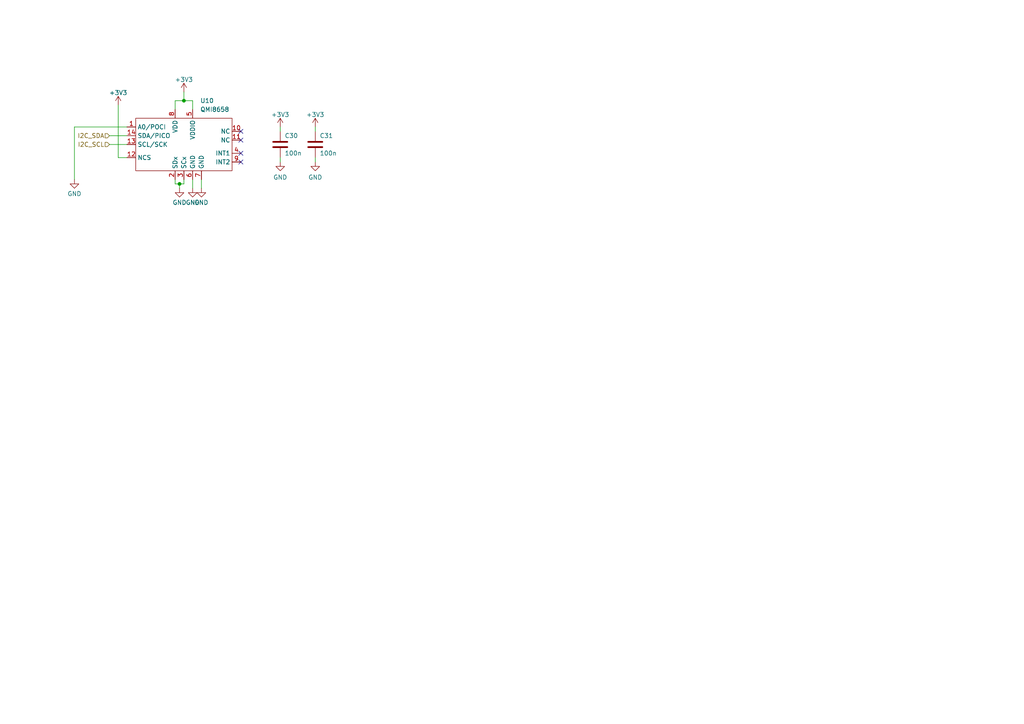
<source format=kicad_sch>
(kicad_sch (version 20231120) (generator "eeschema") (generator_version "8.0")
  (paper "A4")
  (lib_symbols
    (symbol "Device:C" (pin_numbers hide) (pin_names (offset 0.254))
      (property "Reference" "C" (at 0.635 2.54 0))
      (property "Value" "C" (at 0.635 -2.54 0))
      (symbol "C_0_1"
        (polyline (pts (xy -2.032 -0.762) (xy 2.032 -0.762)) (stroke (width 0.508)))
        (polyline (pts (xy -2.032 0.762) (xy 2.032 0.762)) (stroke (width 0.508)))
      )
      (symbol "C_1_1"
        (pin passive line (at 0 3.81 270) (length 2.794) (name "~") (number "1"))
        (pin passive line (at 0 -3.81 90) (length 2.794) (name "~") (number "2"))
      )
    )
    (symbol "GND_1" (power) (pin_names (offset 0))
      (property "Value" "GND_1" (at 0 -3.81 0))
      (symbol "GND_1_0_1"
        (polyline (pts (xy 0 0) (xy 0 -1.27) (xy 1.27 -1.27) (xy 0 -2.54) (xy -1.27 -1.27) (xy 0 -1.27)))
      )
      (symbol "GND_1_1_1"
        (pin power_in line (at 0 0 270) (length 0) hide (name "GND") (number "1"))
      )
    )
    (symbol "power:+3V3" (power) (pin_names (offset 0))
      (property "Value" "+3V3" (at 0 3.556 0))
      (symbol "+3V3_0_1"
        (polyline (pts (xy -0.762 1.27) (xy 0 2.54)))
        (polyline (pts (xy 0 0) (xy 0 2.54)))
        (polyline (pts (xy 0 2.54) (xy 0.762 1.27)))
      )
      (symbol "+3V3_1_1"
        (pin power_in line (at 0 0 90) (length 0) hide (name "+3V3") (number "1"))
      )
    )
    (symbol "power:GND" (power) (pin_names (offset 0))
      (property "Value" "GND" (at 0 -3.81 0))
      (symbol "GND_0_1"
        (polyline (pts (xy 0 0) (xy 0 -1.27) (xy 1.27 -1.27) (xy 0 -2.54) (xy -1.27 -1.27) (xy 0 -1.27)))
      )
      (symbol "GND_1_1"
        (pin power_in line (at 0 0 270) (length 0) hide (name "GND") (number "1"))
      )
    )
    (symbol "unicorn_lib:QMI8658"
      (property "Reference" "U" (at 0 0 0))
      (symbol "QMI8658_0_1"
        (rectangle (start -13.97 7.62) (end 13.97 -7.62))
      )
      (symbol "QMI8658_1_1"
        (pin output line (at -16.51 5.08 0) (length 2.54) (name "A0/POCI") (number "1"))
        (pin bidirectional line (at 16.51 3.81 180) (length 2.54) (name "NC") (number "10"))
        (pin input line (at 16.51 1.27 180) (length 2.54) (name "NC") (number "11"))
        (pin input line (at -16.51 -3.81 0) (length 2.54) (name "NCS") (number "12"))
        (pin input line (at -16.51 0 0) (length 2.54) (name "SCL/SCK") (number "13"))
        (pin input line (at -16.51 2.54 0) (length 2.54) (name "SDA/PICO") (number "14"))
        (pin open_collector line (at -2.54 -10.16 90) (length 2.54) (name "SDx") (number "2"))
        (pin open_collector line (at 0 -10.16 90) (length 2.54) (name "SCx") (number "3"))
        (pin output line (at 16.51 -2.54 180) (length 2.54) (name "INT1") (number "4"))
        (pin power_in line (at 2.54 10.16 270) (length 2.54) (name "VDDIO") (number "5"))
        (pin power_in line (at 2.54 -10.16 90) (length 2.54) (name "GND") (number "6"))
        (pin power_in line (at 5.08 -10.16 90) (length 2.54) (name "GND") (number "7"))
        (pin power_in line (at -2.54 10.16 270) (length 2.54) (name "VDD") (number "8"))
        (pin output line (at 16.51 -5.08 180) (length 2.54) (name "INT2") (number "9"))
      )
    )
  )
  (junction (at 52.07 53.34))
  (junction (at 53.34 29.21))
  (no_connect (at 69.85 44.45))
  (no_connect (at 69.85 40.64))
  (no_connect (at 69.85 38.1))
  (no_connect (at 69.85 46.99))
  (wire (pts (xy 53.34 26.67) (xy 53.34 29.21)))
  (wire (pts (xy 52.07 53.34) (xy 53.34 53.34)))
  (wire (pts (xy 31.75 39.37) (xy 36.83 39.37)))
  (wire (pts (xy 21.59 36.83) (xy 36.83 36.83)))
  (wire (pts (xy 58.42 52.07) (xy 58.42 54.61)))
  (wire (pts (xy 31.75 41.91) (xy 36.83 41.91)))
  (wire (pts (xy 21.59 52.07) (xy 21.59 36.83)))
  (wire (pts (xy 50.8 52.07) (xy 50.8 53.34)))
  (wire (pts (xy 34.29 30.48) (xy 34.29 45.72)))
  (wire (pts (xy 91.44 45.72) (xy 91.44 46.99)))
  (wire (pts (xy 34.29 45.72) (xy 36.83 45.72)))
  (wire (pts (xy 91.44 36.83) (xy 91.44 38.1)))
  (wire (pts (xy 52.07 54.61) (xy 52.07 53.34)))
  (wire (pts (xy 53.34 53.34) (xy 53.34 52.07)))
  (wire (pts (xy 81.28 36.83) (xy 81.28 38.1)))
  (wire (pts (xy 53.34 29.21) (xy 55.88 29.21)))
  (wire (pts (xy 55.88 29.21) (xy 55.88 31.75)))
  (wire (pts (xy 55.88 52.07) (xy 55.88 54.61)))
  (wire (pts (xy 81.28 45.72) (xy 81.28 46.99)))
  (wire (pts (xy 52.07 53.34) (xy 50.8 53.34)))
  (wire (pts (xy 50.8 29.21) (xy 50.8 31.75)))
  (wire (pts (xy 53.34 29.21) (xy 50.8 29.21)))
  (hierarchical_label "I2C_SDA" (shape input) (at 31.75 39.37 180))
  (hierarchical_label "I2C_SCL" (shape input) (at 31.75 41.91 180))
  (symbol (lib_id "unicorn_lib:QMI8658") (at 53.34 41.91 0) (unit 1)
    (property "Reference" "U10" (at 58.0741 29.21 0) (effects (justify left)))
    (property "Value" "QMI8658" (at 58.0741 31.75 0) (effects (justify left)))
    (property "Footprint" "Package_LGA:Bosch_LGA-14_3x2.5mm_P0.5mm" (effects (hide yes)))
  )
  (symbol (lib_id "power:+3V3") (at 91.44 36.83 0) (unit 1)
    (property "Reference" "#PWR098" (effects (hide yes)))
    (property "Value" "+3V3" (at 91.44 33.2542 0))
  )
  (symbol (lib_id "power:+3V3") (at 53.34 26.67 0) (unit 1)
    (property "Reference" "#PWR094" (effects (hide yes)))
    (property "Value" "+3V3" (at 53.34 23.0942 0))
  )
  (symbol (lib_name "GND_1") (lib_id "power:GND") (at 91.44 46.99 0) (unit 1)
    (property "Reference" "#PWR099" (effects (hide yes)))
    (property "Value" "GND" (at 91.44 51.4334 0))
  )
  (symbol (lib_id "power:GND") (at 55.88 54.61 0) (unit 1)
    (property "Reference" "#PWR095" (effects (hide yes)))
    (property "Value" "GND" (at 55.88 58.7431 0))
  )
  (symbol (lib_id "Device:C") (at 81.28 41.91 0) (unit 1)
    (property "Reference" "C30" (at 82.55 39.37 0) (effects (justify left)))
    (property "Value" "100n" (at 82.55 44.45 0) (effects (justify left)))
    (property "Footprint" "Capacitor_SMD:C_0402_1005Metric" (effects (hide yes)))
  )
  (symbol (lib_id "power:+3V3") (at 34.29 30.48 0) (unit 1)
    (property "Reference" "#PWR0101" (effects (hide yes)))
    (property "Value" "+3V3" (at 34.29 26.9042 0))
  )
  (symbol (lib_name "GND_1") (lib_id "power:GND") (at 81.28 46.99 0) (unit 1)
    (property "Reference" "#PWR097" (effects (hide yes)))
    (property "Value" "GND" (at 81.28 51.4334 0))
  )
  (symbol (lib_id "power:GND") (at 52.07 54.61 0) (unit 1)
    (property "Reference" "#PWR093" (effects (hide yes)))
    (property "Value" "GND" (at 52.07 58.7431 0))
  )
  (symbol (lib_id "power:GND") (at 58.42 54.61 0) (unit 1)
    (property "Reference" "#PWR011" (effects (hide yes)))
    (property "Value" "GND" (at 58.42 58.7431 0))
  )
  (symbol (lib_id "power:GND") (at 21.59 52.07 0) (unit 1)
    (property "Reference" "#PWR0100" (effects (hide yes)))
    (property "Value" "GND" (at 21.59 56.2031 0))
  )
  (symbol (lib_id "Device:C") (at 91.44 41.91 0) (unit 1)
    (property "Reference" "C31" (at 92.71 39.37 0) (effects (justify left)))
    (property "Value" "100n" (at 92.71 44.45 0) (effects (justify left)))
    (property "Footprint" "Capacitor_SMD:C_0402_1005Metric" (effects (hide yes)))
  )
  (symbol (lib_id "power:+3V3") (at 81.28 36.83 0) (unit 1)
    (property "Reference" "#PWR096" (effects (hide yes)))
    (property "Value" "+3V3" (at 81.28 33.2542 0))
  )
)
</source>
